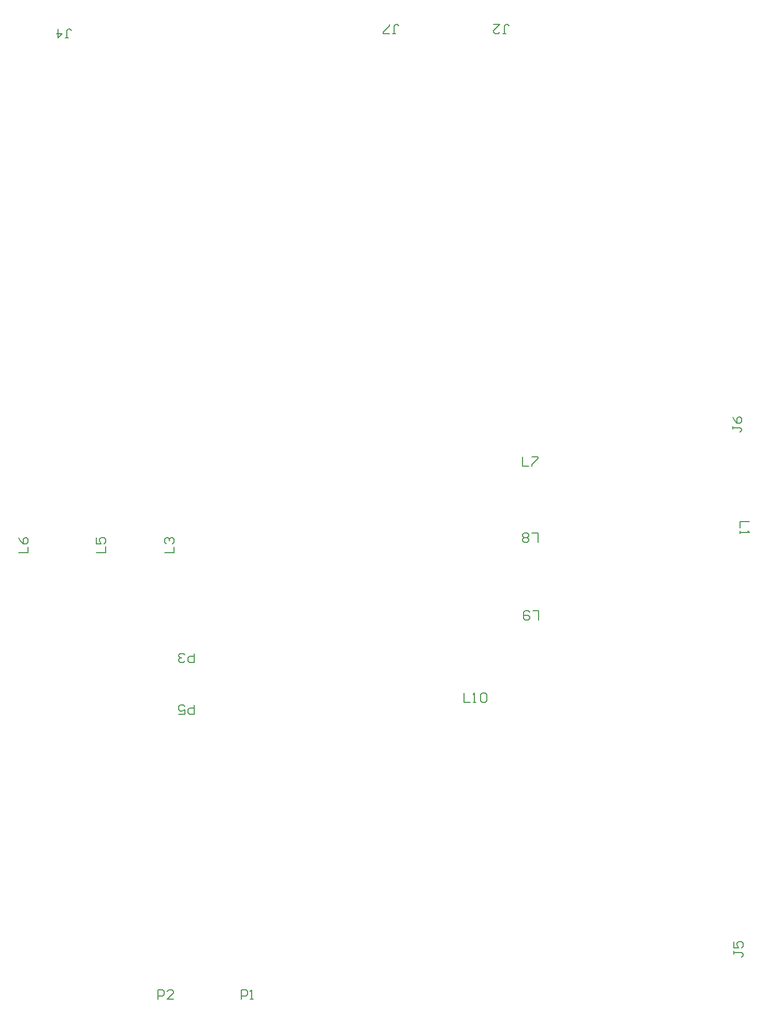
<source format=gbr>
%TF.GenerationSoftware,Altium Limited,Altium Designer,21.6.4 (81)*%
G04 Layer_Color=8388736*
%FSLAX43Y43*%
%MOMM*%
%TF.SameCoordinates,76D5CAF9-2094-4FD7-9A7B-915B2AFADFAF*%
%TF.FilePolarity,Positive*%
%TF.FileFunction,Other,Top_Designator*%
%TF.Part,Single*%
G01*
G75*
%TA.AperFunction,NonConductor*%
%ADD116C,0.150*%
D116*
X261070Y22340D02*
Y21840D01*
Y22090D01*
X262320D01*
X262570Y21840D01*
Y21590D01*
X262320Y21340D01*
X261070Y23840D02*
Y22840D01*
X261820D01*
X261570Y23340D01*
Y23590D01*
X261820Y23840D01*
X262320D01*
X262570Y23590D01*
Y23090D01*
X262320Y22840D01*
X172785Y70963D02*
Y69463D01*
X172036D01*
X171786Y69713D01*
Y70213D01*
X172036Y70463D01*
X172785D01*
X171286Y69713D02*
X171036Y69463D01*
X170536D01*
X170286Y69713D01*
Y69963D01*
X170536Y70213D01*
X170786D01*
X170536D01*
X170286Y70463D01*
Y70713D01*
X170536Y70963D01*
X171036D01*
X171286Y70713D01*
X172785Y62522D02*
Y61023D01*
X172036D01*
X171786Y61273D01*
Y61773D01*
X172036Y62022D01*
X172785D01*
X170286Y61023D02*
X171286D01*
Y61773D01*
X170786Y61523D01*
X170536D01*
X170286Y61773D01*
Y62272D01*
X170536Y62522D01*
X171036D01*
X171286Y62272D01*
X260825Y108125D02*
Y107625D01*
Y107875D01*
X262075D01*
X262325Y107625D01*
Y107375D01*
X262075Y107125D01*
X260825Y109625D02*
X261075Y109125D01*
X261575Y108625D01*
X262075D01*
X262325Y108875D01*
Y109375D01*
X262075Y109625D01*
X261825D01*
X261575Y109375D01*
Y108625D01*
X180492Y14471D02*
Y15971D01*
X181241D01*
X181491Y15721D01*
Y15221D01*
X181241Y14971D01*
X180492D01*
X181991Y14471D02*
X182491D01*
X182241D01*
Y15971D01*
X181991Y15721D01*
X229149Y76425D02*
Y77925D01*
X228149D01*
X227650Y77675D02*
X227400Y77925D01*
X226900D01*
X226650Y77675D01*
Y76675D01*
X226900Y76425D01*
X227400D01*
X227650Y76675D01*
Y76925D01*
X227400Y77175D01*
X226650D01*
X263552Y92522D02*
X262053D01*
Y91522D01*
Y91023D02*
Y90523D01*
Y90773D01*
X263552D01*
X263302Y91023D01*
X226525Y103100D02*
Y101600D01*
X227525D01*
X228025Y103100D02*
X229025D01*
Y102850D01*
X228025Y101850D01*
Y101600D01*
X229024Y89133D02*
Y90633D01*
X228024D01*
X227525Y89383D02*
X227275Y89133D01*
X226775D01*
X226525Y89383D01*
Y89633D01*
X226775Y89883D01*
X226525Y90133D01*
Y90383D01*
X226775Y90633D01*
X227275D01*
X227525Y90383D01*
Y90133D01*
X227275Y89883D01*
X227525Y89633D01*
Y89383D01*
X227275Y89883D02*
X226775D01*
X144121Y87402D02*
X145620D01*
Y88402D01*
X144121Y89902D02*
X144371Y89402D01*
X144870Y88902D01*
X145370D01*
X145620Y89152D01*
Y89652D01*
X145370Y89902D01*
X145120D01*
X144870Y89652D01*
Y88902D01*
X156813Y87405D02*
X158312D01*
Y88405D01*
X156813Y89904D02*
Y88904D01*
X157563D01*
X157313Y89404D01*
Y89654D01*
X157563Y89904D01*
X158063D01*
X158312Y89654D01*
Y89154D01*
X158063Y88904D01*
X167999Y87402D02*
X169498D01*
Y88402D01*
X168248Y88902D02*
X167999Y89152D01*
Y89651D01*
X168248Y89901D01*
X168498D01*
X168748Y89651D01*
Y89401D01*
Y89651D01*
X168998Y89901D01*
X169248D01*
X169498Y89651D01*
Y89152D01*
X169248Y88902D01*
X205250Y172250D02*
X205750D01*
X205500D01*
Y173500D01*
X205750Y173750D01*
X206000D01*
X206250Y173500D01*
X204750Y172250D02*
X203750D01*
Y172500D01*
X204750Y173500D01*
Y173750D01*
X151750Y171550D02*
X152250D01*
X152000D01*
Y172800D01*
X152250Y173050D01*
X152500D01*
X152750Y172800D01*
X150500Y173050D02*
Y171550D01*
X151250Y172300D01*
X150250D01*
X166887Y14446D02*
Y15946D01*
X167637D01*
X167886Y15696D01*
Y15196D01*
X167637Y14946D01*
X166887D01*
X169386Y14446D02*
X168386D01*
X169386Y15446D01*
Y15696D01*
X169136Y15946D01*
X168636D01*
X168386Y15696D01*
X216901Y64475D02*
Y62975D01*
X217900D01*
X218400D02*
X218900D01*
X218650D01*
Y64475D01*
X218400Y64225D01*
X219650D02*
X219900Y64475D01*
X220399D01*
X220649Y64225D01*
Y63225D01*
X220399Y62975D01*
X219900D01*
X219650Y63225D01*
Y64225D01*
X223250Y172250D02*
X223750D01*
X223500D01*
Y173500D01*
X223750Y173750D01*
X224000D01*
X224250Y173500D01*
X221750Y173750D02*
X222750D01*
X221750Y172750D01*
Y172500D01*
X222000Y172250D01*
X222500D01*
X222750Y172500D01*
%TF.MD5,b972b07f8027a612a9000d6df7aabee2*%
M02*

</source>
